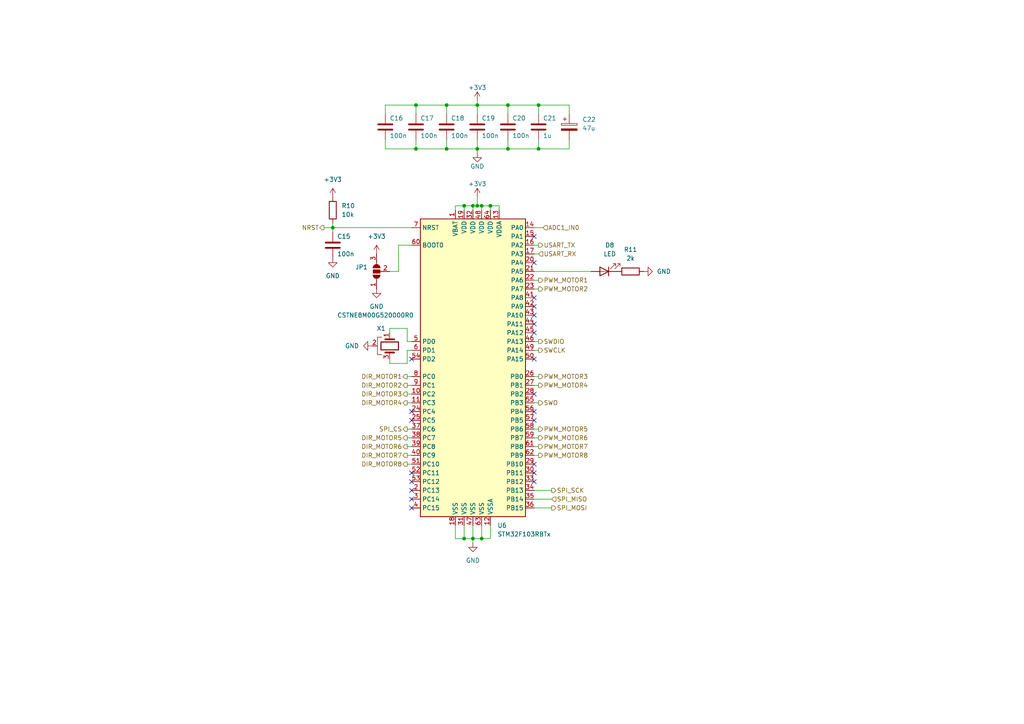
<source format=kicad_sch>
(kicad_sch (version 20211123) (generator eeschema)
  (paper "A4")
  (lib_symbols
    (symbol "Device:C" (pin_numbers hide) (pin_names (offset 0.254))
      (property "Reference" "C" (at 0.635 2.54 0))
      (property "Value" "C" (at 0.635 -2.54 0))
      (symbol "C_0_1"
        (polyline (pts (xy -2.032 -0.762) (xy 2.032 -0.762)) (stroke (width 0.508)))
        (polyline (pts (xy -2.032 0.762) (xy 2.032 0.762)) (stroke (width 0.508)))
      )
      (symbol "C_1_1"
        (pin passive line (at 0 3.81 270) (length 2.794) (name "~") (number "1"))
        (pin passive line (at 0 -3.81 90) (length 2.794) (name "~") (number "2"))
      )
    )
    (symbol "Device:C_Polarized" (pin_numbers hide) (pin_names (offset 0.254))
      (property "Reference" "C" (at 0.635 2.54 0))
      (property "Value" "C_Polarized" (at 0.635 -2.54 0))
      (symbol "C_Polarized_0_1"
        (rectangle (start -2.286 0.508) (end 2.286 1.016))
        (polyline (pts (xy -1.778 2.286) (xy -0.762 2.286)))
        (polyline (pts (xy -1.27 2.794) (xy -1.27 1.778)))
        (rectangle (start 2.286 -0.508) (end -2.286 -1.016) (fill (type outline)))
      )
      (symbol "C_Polarized_1_1"
        (pin passive line (at 0 3.81 270) (length 2.794) (name "~") (number "1"))
        (pin passive line (at 0 -3.81 90) (length 2.794) (name "~") (number "2"))
      )
    )
    (symbol "Device:LED" (pin_numbers hide) (pin_names (offset 1.016) hide)
      (property "Reference" "D" (at 0 2.54 0))
      (property "Value" "LED" (at 0 -2.54 0))
      (symbol "LED_0_1"
        (polyline (pts (xy -1.27 -1.27) (xy -1.27 1.27)) (stroke (width 0.254)))
        (polyline (pts (xy -1.27 0) (xy 1.27 0)))
        (polyline (pts (xy 1.27 -1.27) (xy 1.27 1.27) (xy -1.27 0) (xy 1.27 -1.27)) (stroke (width 0.254)))
        (polyline (pts (xy -3.048 -0.762) (xy -4.572 -2.286) (xy -3.81 -2.286) (xy -4.572 -2.286) (xy -4.572 -1.524)))
        (polyline (pts (xy -1.778 -0.762) (xy -3.302 -2.286) (xy -2.54 -2.286) (xy -3.302 -2.286) (xy -3.302 -1.524)))
      )
      (symbol "LED_1_1"
        (pin passive line (at -3.81 0 0) (length 2.54) (name "K") (number "1"))
        (pin passive line (at 3.81 0 180) (length 2.54) (name "A") (number "2"))
      )
    )
    (symbol "Device:R" (pin_numbers hide) (pin_names (offset 0))
      (property "Reference" "R" (at 2.032 0 90))
      (property "Value" "R" (at 0 0 90))
      (symbol "R_0_1"
        (rectangle (start -1.016 -2.54) (end 1.016 2.54) (stroke (width 0.254)))
      )
      (symbol "R_1_1"
        (pin passive line (at 0 3.81 270) (length 1.27) (name "~") (number "1"))
        (pin passive line (at 0 -3.81 90) (length 1.27) (name "~") (number "2"))
      )
    )
    (symbol "Jumper:SolderJumper_3_Open" (pin_names (offset 0) hide)
      (property "Reference" "JP" (at -2.54 -2.54 0))
      (property "Value" "SolderJumper_3_Open" (at 0 2.794 0))
      (symbol "SolderJumper_3_Open_0_1"
        (arc (start -1.016 1.016) (mid -2.032 0) (end -1.016 -1.016))
        (arc (start -1.016 1.016) (mid -2.032 0) (end -1.016 -1.016) (fill (type outline)))
        (rectangle (start -0.508 1.016) (end 0.508 -1.016) (fill (type outline)))
        (polyline (pts (xy -2.54 0) (xy -2.032 0)))
        (polyline (pts (xy -1.016 1.016) (xy -1.016 -1.016)))
        (polyline (pts (xy 0 -1.27) (xy 0 -1.016)))
        (polyline (pts (xy 1.016 1.016) (xy 1.016 -1.016)))
        (polyline (pts (xy 2.54 0) (xy 2.032 0)))
        (arc (start 1.016 -1.016) (mid 2.032 0) (end 1.016 1.016))
        (arc (start 1.016 -1.016) (mid 2.032 0) (end 1.016 1.016) (fill (type outline)))
      )
      (symbol "SolderJumper_3_Open_1_1"
        (pin passive line (at -5.08 0 0) (length 2.54) (name "A") (number "1"))
        (pin passive line (at 0 -3.81 90) (length 2.54) (name "C") (number "2"))
        (pin passive line (at 5.08 0 180) (length 2.54) (name "B") (number "3"))
      )
    )
    (symbol "MCU_ST_STM32F1:STM32F103RBTx"
      (property "Reference" "U" (at -15.24 44.45 0))
      (property "Value" "STM32F103RBTx" (at 10.16 44.45 0))
      (symbol "STM32F103RBTx_0_1"
        (rectangle (start -15.24 -43.18) (end 15.24 43.18) (stroke (width 0.254)) (fill (type background)))
      )
      (symbol "STM32F103RBTx_1_1"
        (pin power_in line (at -5.08 45.72 270) (length 2.54) (name "VBAT") (number "1"))
        (pin bidirectional line (at -17.78 -7.62 0) (length 2.54) (name "PC2") (number "10"))
        (pin bidirectional line (at -17.78 -10.16 0) (length 2.54) (name "PC3") (number "11"))
        (pin power_in line (at 5.08 -45.72 90) (length 2.54) (name "VSSA") (number "12"))
        (pin power_in line (at 7.62 45.72 270) (length 2.54) (name "VDDA") (number "13"))
        (pin bidirectional line (at 17.78 40.64 180) (length 2.54) (name "PA0") (number "14"))
        (pin bidirectional line (at 17.78 38.1 180) (length 2.54) (name "PA1") (number "15"))
        (pin bidirectional line (at 17.78 35.56 180) (length 2.54) (name "PA2") (number "16"))
        (pin bidirectional line (at 17.78 33.02 180) (length 2.54) (name "PA3") (number "17"))
        (pin power_in line (at -5.08 -45.72 90) (length 2.54) (name "VSS") (number "18"))
        (pin power_in line (at -2.54 45.72 270) (length 2.54) (name "VDD") (number "19"))
        (pin bidirectional line (at -17.78 -35.56 0) (length 2.54) (name "PC13") (number "2"))
        (pin bidirectional line (at 17.78 30.48 180) (length 2.54) (name "PA4") (number "20"))
        (pin bidirectional line (at 17.78 27.94 180) (length 2.54) (name "PA5") (number "21"))
        (pin bidirectional line (at 17.78 25.4 180) (length 2.54) (name "PA6") (number "22"))
        (pin bidirectional line (at 17.78 22.86 180) (length 2.54) (name "PA7") (number "23"))
        (pin bidirectional line (at -17.78 -12.7 0) (length 2.54) (name "PC4") (number "24"))
        (pin bidirectional line (at -17.78 -15.24 0) (length 2.54) (name "PC5") (number "25"))
        (pin bidirectional line (at 17.78 -2.54 180) (length 2.54) (name "PB0") (number "26"))
        (pin bidirectional line (at 17.78 -5.08 180) (length 2.54) (name "PB1") (number "27"))
        (pin bidirectional line (at 17.78 -7.62 180) (length 2.54) (name "PB2") (number "28"))
        (pin bidirectional line (at 17.78 -27.94 180) (length 2.54) (name "PB10") (number "29"))
        (pin bidirectional line (at -17.78 -38.1 0) (length 2.54) (name "PC14") (number "3"))
        (pin bidirectional line (at 17.78 -30.48 180) (length 2.54) (name "PB11") (number "30"))
        (pin power_in line (at -2.54 -45.72 90) (length 2.54) (name "VSS") (number "31"))
        (pin power_in line (at 0 45.72 270) (length 2.54) (name "VDD") (number "32"))
        (pin bidirectional line (at 17.78 -33.02 180) (length 2.54) (name "PB12") (number "33"))
        (pin bidirectional line (at 17.78 -35.56 180) (length 2.54) (name "PB13") (number "34"))
        (pin bidirectional line (at 17.78 -38.1 180) (length 2.54) (name "PB14") (number "35"))
        (pin bidirectional line (at 17.78 -40.64 180) (length 2.54) (name "PB15") (number "36"))
        (pin bidirectional line (at -17.78 -17.78 0) (length 2.54) (name "PC6") (number "37"))
        (pin bidirectional line (at -17.78 -20.32 0) (length 2.54) (name "PC7") (number "38"))
        (pin bidirectional line (at -17.78 -22.86 0) (length 2.54) (name "PC8") (number "39"))
        (pin bidirectional line (at -17.78 -40.64 0) (length 2.54) (name "PC15") (number "4"))
        (pin bidirectional line (at -17.78 -25.4 0) (length 2.54) (name "PC9") (number "40"))
        (pin bidirectional line (at 17.78 20.32 180) (length 2.54) (name "PA8") (number "41"))
        (pin bidirectional line (at 17.78 17.78 180) (length 2.54) (name "PA9") (number "42"))
        (pin bidirectional line (at 17.78 15.24 180) (length 2.54) (name "PA10") (number "43"))
        (pin bidirectional line (at 17.78 12.7 180) (length 2.54) (name "PA11") (number "44"))
        (pin bidirectional line (at 17.78 10.16 180) (length 2.54) (name "PA12") (number "45"))
        (pin bidirectional line (at 17.78 7.62 180) (length 2.54) (name "PA13") (number "46"))
        (pin power_in line (at 0 -45.72 90) (length 2.54) (name "VSS") (number "47"))
        (pin power_in line (at 2.54 45.72 270) (length 2.54) (name "VDD") (number "48"))
        (pin bidirectional line (at 17.78 5.08 180) (length 2.54) (name "PA14") (number "49"))
        (pin input line (at -17.78 7.62 0) (length 2.54) (name "PD0") (number "5"))
        (pin bidirectional line (at 17.78 2.54 180) (length 2.54) (name "PA15") (number "50"))
        (pin bidirectional line (at -17.78 -27.94 0) (length 2.54) (name "PC10") (number "51"))
        (pin bidirectional line (at -17.78 -30.48 0) (length 2.54) (name "PC11") (number "52"))
        (pin bidirectional line (at -17.78 -33.02 0) (length 2.54) (name "PC12") (number "53"))
        (pin bidirectional line (at -17.78 2.54 0) (length 2.54) (name "PD2") (number "54"))
        (pin bidirectional line (at 17.78 -10.16 180) (length 2.54) (name "PB3") (number "55"))
        (pin bidirectional line (at 17.78 -12.7 180) (length 2.54) (name "PB4") (number "56"))
        (pin bidirectional line (at 17.78 -15.24 180) (length 2.54) (name "PB5") (number "57"))
        (pin bidirectional line (at 17.78 -17.78 180) (length 2.54) (name "PB6") (number "58"))
        (pin bidirectional line (at 17.78 -20.32 180) (length 2.54) (name "PB7") (number "59"))
        (pin input line (at -17.78 5.08 0) (length 2.54) (name "PD1") (number "6"))
        (pin input line (at -17.78 35.56 0) (length 2.54) (name "BOOT0") (number "60"))
        (pin bidirectional line (at 17.78 -22.86 180) (length 2.54) (name "PB8") (number "61"))
        (pin bidirectional line (at 17.78 -25.4 180) (length 2.54) (name "PB9") (number "62"))
        (pin power_in line (at 2.54 -45.72 90) (length 2.54) (name "VSS") (number "63"))
        (pin power_in line (at 5.08 45.72 270) (length 2.54) (name "VDD") (number "64"))
        (pin input line (at -17.78 40.64 0) (length 2.54) (name "NRST") (number "7"))
        (pin bidirectional line (at -17.78 -2.54 0) (length 2.54) (name "PC0") (number "8"))
        (pin bidirectional line (at -17.78 -5.08 0) (length 2.54) (name "PC1") (number "9"))
      )
    )
    (symbol "_others:CSTNE8M00G520000R0" (pin_names (offset 0) hide)
      (property "Reference" "X" (at 0 6.35 0))
      (property "Value" "CSTNE8M00G520000R0" (at 0 8.89 0))
      (symbol "CSTNE8M00G520000R0_0_1"
        (rectangle (start -1.143 2.54) (end 1.143 -2.54) (stroke (width 0.3048)))
        (polyline (pts (xy -2.54 0) (xy -1.905 0)))
        (polyline (pts (xy -1.905 -1.27) (xy -1.905 1.27)) (stroke (width 0.508)))
        (polyline (pts (xy 0 -3.81) (xy 0 -3.556)))
        (polyline (pts (xy 1.905 0) (xy 2.54 0)))
        (polyline (pts (xy 1.905 1.27) (xy 1.905 -1.27)) (stroke (width 0.508)))
        (polyline (pts (xy -2.54 -2.286) (xy -2.54 -3.556) (xy 2.54 -3.556) (xy 2.54 -2.286)))
      )
      (symbol "CSTNE8M00G520000R0_1_1"
        (pin passive line (at -3.81 0 0) (length 1.27) (name "1") (number "1"))
        (pin passive line (at 0 -5.08 90) (length 1.27) (name "2") (number "2"))
        (pin passive line (at 3.81 0 180) (length 1.27) (name "3") (number "3"))
      )
    )
    (symbol "power:+3V3" (power) (pin_names (offset 0))
      (property "Value" "+3V3" (at 0 3.556 0))
      (symbol "+3V3_0_1"
        (polyline (pts (xy -0.762 1.27) (xy 0 2.54)))
        (polyline (pts (xy 0 0) (xy 0 2.54)))
        (polyline (pts (xy 0 2.54) (xy 0.762 1.27)))
      )
      (symbol "+3V3_1_1"
        (pin power_in line (at 0 0 90) (length 0) hide (name "+3V3") (number "1"))
      )
    )
    (symbol "power:GND" (power) (pin_names (offset 0))
      (property "Value" "GND" (at 0 -3.81 0))
      (symbol "GND_0_1"
        (polyline (pts (xy 0 0) (xy 0 -1.27) (xy 1.27 -1.27) (xy 0 -2.54) (xy -1.27 -1.27) (xy 0 -1.27)))
      )
      (symbol "GND_1_1"
        (pin power_in line (at 0 0 270) (length 0) hide (name "GND") (number "1"))
      )
    )
  )
  (junction (at 137.16 59.69))
  (junction (at 129.54 43.18))
  (junction (at 139.7 156.21))
  (junction (at 147.32 43.18))
  (junction (at 134.62 59.69))
  (junction (at 96.52 66.04))
  (junction (at 138.43 30.48))
  (junction (at 138.43 59.69))
  (junction (at 156.21 43.18))
  (junction (at 120.65 43.18))
  (junction (at 139.7 59.69))
  (junction (at 120.65 30.48))
  (junction (at 142.24 59.69))
  (junction (at 134.62 156.21))
  (junction (at 129.54 30.48))
  (junction (at 147.32 30.48))
  (junction (at 156.21 30.48))
  (junction (at 137.16 156.21))
  (junction (at 138.43 43.18))
  (no_connect (at 119.38 147.32))
  (no_connect (at 154.94 88.9))
  (no_connect (at 154.94 114.3))
  (no_connect (at 154.94 86.36))
  (no_connect (at 154.94 91.44))
  (no_connect (at 154.94 96.52))
  (no_connect (at 119.38 139.7))
  (no_connect (at 119.38 144.78))
  (no_connect (at 154.94 121.92))
  (no_connect (at 154.94 68.58))
  (no_connect (at 119.38 142.24))
  (no_connect (at 119.38 104.14))
  (no_connect (at 154.94 119.38))
  (no_connect (at 154.94 134.62))
  (no_connect (at 119.38 119.38))
  (no_connect (at 119.38 121.92))
  (no_connect (at 154.94 93.98))
  (no_connect (at 154.94 104.14))
  (no_connect (at 119.38 137.16))
  (no_connect (at 154.94 137.16))
  (no_connect (at 154.94 139.7))
  (no_connect (at 154.94 76.2))
  (wire (pts (xy 156.21 73.66) (xy 154.94 73.66)))
  (wire (pts (xy 129.54 30.48) (xy 138.43 30.48)))
  (wire (pts (xy 142.24 59.69) (xy 144.78 59.69)))
  (wire (pts (xy 156.21 30.48) (xy 165.1 30.48)))
  (wire (pts (xy 113.03 95.25) (xy 118.11 95.25)))
  (wire (pts (xy 137.16 152.4) (xy 137.16 156.21)))
  (wire (pts (xy 147.32 40.64) (xy 147.32 43.18)))
  (wire (pts (xy 156.21 43.18) (xy 165.1 43.18)))
  (wire (pts (xy 129.54 40.64) (xy 129.54 43.18)))
  (wire (pts (xy 142.24 156.21) (xy 142.24 152.4)))
  (wire (pts (xy 132.08 60.96) (xy 132.08 59.69)))
  (wire (pts (xy 137.16 59.69) (xy 137.16 60.96)))
  (wire (pts (xy 118.11 127) (xy 119.38 127)))
  (wire (pts (xy 139.7 59.69) (xy 142.24 59.69)))
  (wire (pts (xy 93.98 66.04) (xy 96.52 66.04)))
  (wire (pts (xy 154.94 78.74) (xy 171.45 78.74)))
  (wire (pts (xy 118.11 132.08) (xy 119.38 132.08)))
  (wire (pts (xy 144.78 59.69) (xy 144.78 60.96)))
  (wire (pts (xy 132.08 152.4) (xy 132.08 156.21)))
  (wire (pts (xy 154.94 66.04) (xy 157.48 66.04)))
  (wire (pts (xy 147.32 30.48) (xy 156.21 30.48)))
  (wire (pts (xy 138.43 30.48) (xy 147.32 30.48)))
  (wire (pts (xy 156.21 109.22) (xy 154.94 109.22)))
  (wire (pts (xy 139.7 156.21) (xy 142.24 156.21)))
  (wire (pts (xy 160.02 142.24) (xy 154.94 142.24)))
  (wire (pts (xy 138.43 43.18) (xy 147.32 43.18)))
  (wire (pts (xy 113.03 78.74) (xy 115.57 78.74)))
  (wire (pts (xy 138.43 29.21) (xy 138.43 30.48)))
  (wire (pts (xy 132.08 59.69) (xy 134.62 59.69)))
  (wire (pts (xy 134.62 59.69) (xy 137.16 59.69)))
  (wire (pts (xy 156.21 99.06) (xy 154.94 99.06)))
  (wire (pts (xy 156.21 40.64) (xy 156.21 43.18)))
  (wire (pts (xy 118.11 129.54) (xy 119.38 129.54)))
  (wire (pts (xy 138.43 30.48) (xy 138.43 33.02)))
  (wire (pts (xy 156.21 81.28) (xy 154.94 81.28)))
  (wire (pts (xy 156.21 30.48) (xy 156.21 33.02)))
  (wire (pts (xy 118.11 101.6) (xy 119.38 101.6)))
  (wire (pts (xy 118.11 114.3) (xy 119.38 114.3)))
  (wire (pts (xy 160.02 144.78) (xy 154.94 144.78)))
  (wire (pts (xy 118.11 105.41) (xy 118.11 101.6)))
  (wire (pts (xy 156.21 132.08) (xy 154.94 132.08)))
  (wire (pts (xy 139.7 59.69) (xy 139.7 60.96)))
  (wire (pts (xy 132.08 156.21) (xy 134.62 156.21)))
  (wire (pts (xy 138.43 40.64) (xy 138.43 43.18)))
  (wire (pts (xy 118.11 124.46) (xy 119.38 124.46)))
  (wire (pts (xy 118.11 134.62) (xy 119.38 134.62)))
  (wire (pts (xy 118.11 95.25) (xy 118.11 99.06)))
  (wire (pts (xy 120.65 43.18) (xy 129.54 43.18)))
  (wire (pts (xy 129.54 43.18) (xy 138.43 43.18)))
  (wire (pts (xy 156.21 127) (xy 154.94 127)))
  (wire (pts (xy 134.62 156.21) (xy 137.16 156.21)))
  (wire (pts (xy 156.21 129.54) (xy 154.94 129.54)))
  (wire (pts (xy 120.65 30.48) (xy 120.65 33.02)))
  (wire (pts (xy 118.11 116.84) (xy 119.38 116.84)))
  (wire (pts (xy 96.52 66.04) (xy 96.52 67.31)))
  (wire (pts (xy 138.43 57.15) (xy 138.43 59.69)))
  (wire (pts (xy 156.21 83.82) (xy 154.94 83.82)))
  (wire (pts (xy 96.52 66.04) (xy 119.38 66.04)))
  (wire (pts (xy 118.11 109.22) (xy 119.38 109.22)))
  (wire (pts (xy 156.21 101.6) (xy 154.94 101.6)))
  (wire (pts (xy 156.21 71.12) (xy 154.94 71.12)))
  (wire (pts (xy 115.57 71.12) (xy 119.38 71.12)))
  (wire (pts (xy 120.65 30.48) (xy 129.54 30.48)))
  (wire (pts (xy 118.11 111.76) (xy 119.38 111.76)))
  (wire (pts (xy 147.32 33.02) (xy 147.32 30.48)))
  (wire (pts (xy 160.02 147.32) (xy 154.94 147.32)))
  (wire (pts (xy 137.16 156.21) (xy 137.16 157.48)))
  (wire (pts (xy 156.21 111.76) (xy 154.94 111.76)))
  (wire (pts (xy 118.11 99.06) (xy 119.38 99.06)))
  (wire (pts (xy 115.57 78.74) (xy 115.57 71.12)))
  (wire (pts (xy 96.52 64.77) (xy 96.52 66.04)))
  (wire (pts (xy 129.54 30.48) (xy 129.54 33.02)))
  (wire (pts (xy 139.7 152.4) (xy 139.7 156.21)))
  (wire (pts (xy 113.03 105.41) (xy 113.03 104.14)))
  (wire (pts (xy 111.76 43.18) (xy 120.65 43.18)))
  (wire (pts (xy 142.24 59.69) (xy 142.24 60.96)))
  (wire (pts (xy 111.76 30.48) (xy 120.65 30.48)))
  (wire (pts (xy 134.62 152.4) (xy 134.62 156.21)))
  (wire (pts (xy 147.32 43.18) (xy 156.21 43.18)))
  (wire (pts (xy 111.76 40.64) (xy 111.76 43.18)))
  (wire (pts (xy 156.21 116.84) (xy 154.94 116.84)))
  (wire (pts (xy 137.16 59.69) (xy 138.43 59.69)))
  (wire (pts (xy 120.65 40.64) (xy 120.65 43.18)))
  (wire (pts (xy 134.62 59.69) (xy 134.62 60.96)))
  (wire (pts (xy 113.03 96.52) (xy 113.03 95.25)))
  (wire (pts (xy 137.16 156.21) (xy 139.7 156.21)))
  (wire (pts (xy 138.43 59.69) (xy 139.7 59.69)))
  (wire (pts (xy 118.11 105.41) (xy 113.03 105.41)))
  (wire (pts (xy 165.1 43.18) (xy 165.1 40.64)))
  (wire (pts (xy 156.21 124.46) (xy 154.94 124.46)))
  (wire (pts (xy 111.76 33.02) (xy 111.76 30.48)))
  (wire (pts (xy 165.1 30.48) (xy 165.1 33.02)))
  (wire (pts (xy 138.43 43.18) (xy 138.43 44.45)))
  (hierarchical_label "DIR_MOTOR3" (shape output) (at 118.11 114.3 180))
  (hierarchical_label "DIR_MOTOR1" (shape output) (at 118.11 109.22 180))
  (hierarchical_label "DIR_MOTOR8" (shape output) (at 118.11 134.62 180))
  (hierarchical_label "PWM_MOTOR2" (shape output) (at 156.21 83.82 0))
  (hierarchical_label "NRST" (shape output) (at 93.98 66.04 180))
  (hierarchical_label "PWM_MOTOR4" (shape output) (at 156.21 111.76 0))
  (hierarchical_label "SPI_SCK" (shape output) (at 160.02 142.24 0))
  (hierarchical_label "SWO" (shape output) (at 156.21 116.84 0))
  (hierarchical_label "DIR_MOTOR6" (shape output) (at 118.11 129.54 180))
  (hierarchical_label "USART_RX" (shape input) (at 156.21 73.66 0))
  (hierarchical_label "PWM_MOTOR1" (shape output) (at 156.21 81.28 0))
  (hierarchical_label "USART_TX" (shape output) (at 156.21 71.12 0))
  (hierarchical_label "PWM_MOTOR7" (shape output) (at 156.21 129.54 0))
  (hierarchical_label "SPI_MISO" (shape input) (at 160.02 144.78 0))
  (hierarchical_label "PWM_MOTOR8" (shape output) (at 156.21 132.08 0))
  (hierarchical_label "DIR_MOTOR7" (shape output) (at 118.11 132.08 180))
  (hierarchical_label "DIR_MOTOR5" (shape output) (at 118.11 127 180))
  (hierarchical_label "PWM_MOTOR3" (shape output) (at 156.21 109.22 0))
  (hierarchical_label "DIR_MOTOR4" (shape output) (at 118.11 116.84 180))
  (hierarchical_label "SPI_MOSI" (shape output) (at 160.02 147.32 0))
  (hierarchical_label "ADC1_IN0" (shape input) (at 157.48 66.04 0))
  (hierarchical_label "PWM_MOTOR6" (shape output) (at 156.21 127 0))
  (hierarchical_label "SWCLK" (shape output) (at 156.21 101.6 0))
  (hierarchical_label "SWDIO" (shape output) (at 156.21 99.06 0))
  (hierarchical_label "SPI_CS" (shape output) (at 118.11 124.46 180))
  (hierarchical_label "PWM_MOTOR5" (shape output) (at 156.21 124.46 0))
  (hierarchical_label "DIR_MOTOR2" (shape output) (at 118.11 111.76 180))
  (symbol (lib_id "Device:R") (at 182.88 78.74 90) (unit 1)
    (property "Reference" "R11" (at 182.88 72.39 90))
    (property "Value" "2k" (at 182.88 74.93 90))
    (property "Footprint" "Resistor_SMD:R_0603_1608Metric" (effects hide))
  )
  (symbol (lib_id "power:GND") (at 109.22 83.82 0) (unit 1)
    (property "Reference" "#PWR0145" (effects hide))
    (property "Value" "GND" (at 109.22 88.9 0))
  )
  (symbol (lib_id "power:GND") (at 186.69 78.74 90) (unit 1)
    (property "Reference" "#PWR037" (effects hide))
    (property "Value" "GND" (at 190.5 78.7399 90) (effects (justify right)))
  )
  (symbol (lib_id "Device:C") (at 147.32 36.83 0) (unit 1)
    (property "Reference" "C20" (at 148.59 34.29 0) (effects (justify left)))
    (property "Value" "100n" (at 148.59 39.37 0) (effects (justify left)))
    (property "Footprint" "Capacitor_SMD:C_0603_1608Metric" (effects hide))
  )
  (symbol (lib_id "power:GND") (at 138.43 44.45 0) (unit 1)
    (property "Reference" "#PWR035" (effects hide))
    (property "Value" "GND" (at 138.43 48.26 0))
  )
  (symbol (lib_id "Device:C") (at 96.52 71.12 0) (unit 1)
    (property "Reference" "C15" (at 97.79 68.58 0) (effects (justify left)))
    (property "Value" "100n" (at 97.79 73.66 0) (effects (justify left)))
    (property "Footprint" "Capacitor_SMD:C_0603_1608Metric" (effects hide))
  )
  (symbol (lib_id "Device:C") (at 120.65 36.83 0) (unit 1)
    (property "Reference" "C17" (at 121.92 34.29 0) (effects (justify left)))
    (property "Value" "100n" (at 121.92 39.37 0) (effects (justify left)))
    (property "Footprint" "Capacitor_SMD:C_0603_1608Metric" (effects hide))
  )
  (symbol (lib_id "Device:C") (at 129.54 36.83 0) (unit 1)
    (property "Reference" "C18" (at 130.81 34.29 0) (effects (justify left)))
    (property "Value" "100n" (at 130.81 39.37 0) (effects (justify left)))
    (property "Footprint" "Capacitor_SMD:C_0603_1608Metric" (effects hide))
  )
  (symbol (lib_id "power:GND") (at 96.52 74.93 0) (unit 1)
    (property "Reference" "#PWR032" (effects hide))
    (property "Value" "GND" (at 96.52 80.01 0))
  )
  (symbol (lib_id "power:+3V3") (at 109.22 73.66 0) (unit 1)
    (property "Reference" "#PWR0146" (effects hide))
    (property "Value" "+3V3" (at 109.22 68.58 0))
  )
  (symbol (lib_id "Device:C_Polarized") (at 165.1 36.83 0) (unit 1)
    (property "Reference" "C22" (at 168.91 34.6709 0) (effects (justify left)))
    (property "Value" "47u" (at 168.91 37.2109 0) (effects (justify left)))
    (property "Footprint" "Capacitor_SMD:CP_Elec_4x5.8" (effects hide))
  )
  (symbol (lib_id "power:+3V3") (at 96.52 57.15 0) (unit 1)
    (property "Reference" "#PWR031" (effects hide))
    (property "Value" "+3V3" (at 96.52 52.07 0))
  )
  (symbol (lib_id "Jumper:SolderJumper_3_Open") (at 109.22 78.74 90) (unit 1) (in_bom no)
    (property "Reference" "JP1" (at 106.68 77.4699 90) (effects (justify left)))
    (property "Value" "SolderJumper_3_Open" (effects hide))
    (property "Footprint" "Jumper:SolderJumper-3_P2.0mm_Open_TrianglePad1.0x1.5mm_NumberLabels" (effects hide))
  )
  (symbol (lib_id "power:+3V3") (at 138.43 57.15 0) (unit 1)
    (property "Reference" "#PWR036" (effects hide))
    (property "Value" "+3V3" (at 138.43 53.34 0))
  )
  (symbol (lib_id "Device:C") (at 156.21 36.83 0) (unit 1)
    (property "Reference" "C21" (at 157.48 34.29 0) (effects (justify left)))
    (property "Value" "1u" (at 157.48 39.37 0) (effects (justify left)))
    (property "Footprint" "Capacitor_SMD:C_0603_1608Metric" (effects hide))
  )
  (symbol (lib_id "MCU_ST_STM32F1:STM32F103RBTx") (at 137.16 106.68 0) (unit 1)
    (property "Reference" "U6" (at 144.2594 152.4 0) (effects (justify left)))
    (property "Value" "STM32F103RBTx" (at 144.2594 154.94 0) (effects (justify left)))
    (property "Footprint" "Package_QFP:LQFP-64_10x10mm_P0.5mm" (effects hide))
    (property "Datasheet" "http://www.st.com/st-web-ui/static/active/en/resource/technical/document/datasheet/CD00161566.pdf" (effects hide))
  )
  (symbol (lib_id "Device:LED") (at 175.26 78.74 180) (unit 1)
    (property "Reference" "D8" (at 176.8475 71.12 0))
    (property "Value" "LED" (at 176.8475 73.66 0))
    (property "Footprint" "Diode_SMD:D_0603_1608Metric_Pad1.05x0.95mm_HandSolder" (effects hide))
  )
  (symbol (lib_id "power:+3V3") (at 138.43 29.21 0) (unit 1)
    (property "Reference" "#PWR034" (effects hide))
    (property "Value" "+3V3" (at 138.43 25.4 0))
  )
  (symbol (lib_id "Device:C") (at 111.76 36.83 0) (unit 1)
    (property "Reference" "C16" (at 113.03 34.29 0) (effects (justify left)))
    (property "Value" "100n" (at 113.03 39.37 0) (effects (justify left)))
    (property "Footprint" "Capacitor_SMD:C_0603_1608Metric" (effects hide))
  )
  (symbol (lib_id "Device:C") (at 138.43 36.83 0) (unit 1)
    (property "Reference" "C19" (at 139.7 34.29 0) (effects (justify left)))
    (property "Value" "100n" (at 139.7 39.37 0) (effects (justify left)))
    (property "Footprint" "Capacitor_SMD:C_0603_1608Metric" (effects hide))
  )
  (symbol (lib_id "Device:R") (at 96.52 60.96 0) (unit 1)
    (property "Reference" "R10" (at 99.06 59.6899 0) (effects (justify left)))
    (property "Value" "10k" (at 99.06 62.2299 0) (effects (justify left)))
    (property "Footprint" "Resistor_SMD:R_0603_1608Metric" (effects hide))
  )
  (symbol (lib_id "_others:CSTNE8M00G520000R0") (at 113.03 100.33 270) (unit 1)
    (property "Reference" "X1" (at 109.22 95.25 90) (effects (justify left)))
    (property "Value" "CSTNE8M00G520000R0" (at 97.79 91.44 90) (effects (justify left)))
    (property "Footprint" "_Others:CSTNE8M00G520000R0" (effects hide))
  )
  (symbol (lib_id "power:GND") (at 107.95 100.33 270) (unit 1)
    (property "Reference" "#PWR030" (effects hide))
    (property "Value" "GND" (at 104.14 100.3299 90) (effects (justify right)))
  )
  (symbol (lib_id "power:GND") (at 137.16 157.48 0) (unit 1)
    (property "Reference" "#PWR033" (effects hide))
    (property "Value" "GND" (at 137.16 162.56 0))
  )
)
</source>
